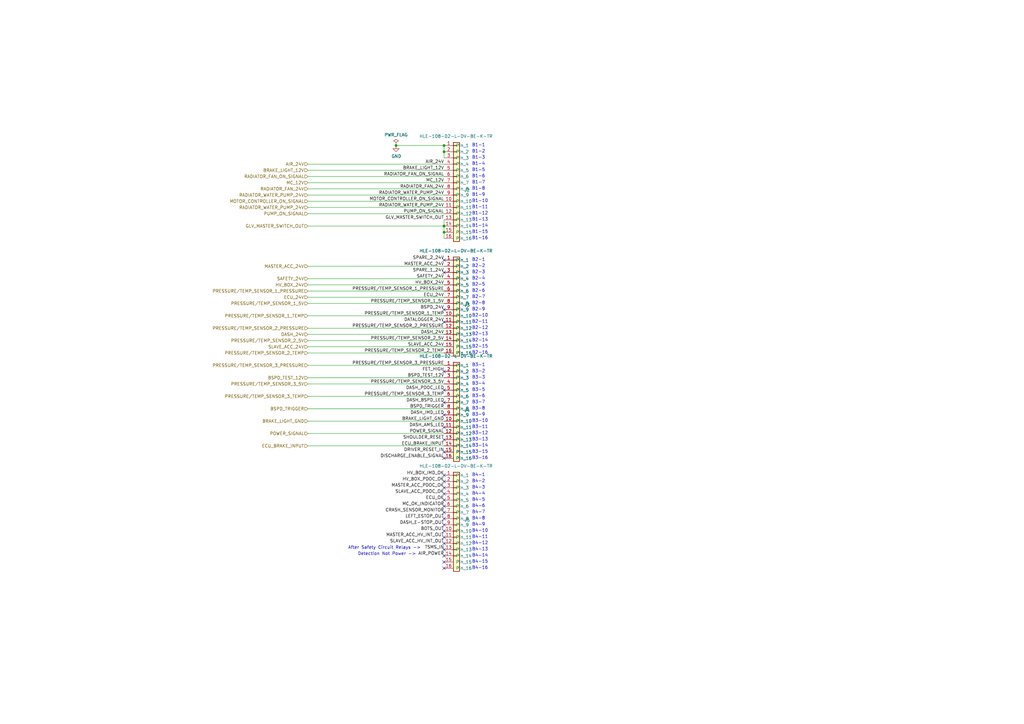
<source format=kicad_sch>
(kicad_sch (version 20231120) (generator "eeschema") (generator_version "8.0")
  (paper "A3")
  (lib_symbols
    (symbol "UniSA_Motorsport_Connector:HLE-108-02-L-DV-BE-K-TR" (pin_names (offset 1.016))
      (property "Reference" "J" (at -8.12 11.276 0))
      (property "Value" "HLE-108-02-L-DV-BE-K-TR" (at -11.43 -24.13 0))
      (symbol "HLE-108-02-L-DV-BE-K-TR_1_1"
        (rectangle (start 2.54 -13.843) (end 3.81 -14.097) (stroke (width 0.1524)))
        (rectangle (start 2.54 -11.303) (end 3.81 -11.557) (stroke (width 0.1524)))
        (rectangle (start 2.54 -8.763) (end 3.81 -9.017) (stroke (width 0.1524)))
        (rectangle (start 2.54 -6.223) (end 3.81 -6.477) (stroke (width 0.1524)))
        (rectangle (start 2.54 -3.683) (end 3.81 -3.937) (stroke (width 0.1524)))
        (rectangle (start 2.54 -1.143) (end 3.81 -1.397) (stroke (width 0.1524)))
        (rectangle (start 2.54 1.397) (end 3.81 1.143) (stroke (width 0.1524)))
        (rectangle (start 2.54 3.937) (end 3.81 3.683) (stroke (width 0.1524)))
        (rectangle (start 2.54 6.477) (end 3.81 6.223) (stroke (width 0.1524)))
        (rectangle (start 2.54 9.017) (end 3.81 8.763) (stroke (width 0.1524)))
        (rectangle (start 2.54 11.557) (end 3.81 11.303) (stroke (width 0.1524)))
        (rectangle (start 2.54 14.097) (end 3.81 13.843) (stroke (width 0.1524)))
        (rectangle (start 2.54 16.637) (end 3.81 16.383) (stroke (width 0.1524)))
        (rectangle (start 2.54 19.177) (end 3.81 18.923) (stroke (width 0.1524)))
        (rectangle (start 2.54 20.32) (end 5.08 -20.32) (stroke (width 0.254)) (fill (type background)))
        (pin passive line (at -1.27 19.05 0) (length 3.81) (name "Pin_1") (number "1"))
        (pin passive line (at -1.27 -3.81 0) (length 3.81) (name "Pin_10") (number "10"))
        (pin passive line (at -1.27 -6.35 0) (length 3.81) (name "Pin_11") (number "11"))
        (pin passive line (at -1.27 -8.89 0) (length 3.81) (name "Pin_12") (number "12"))
        (pin passive line (at -1.27 -11.43 0) (length 3.81) (name "Pin_13") (number "13"))
        (pin passive line (at -1.27 -13.97 0) (length 3.81) (name "Pin_14") (number "14"))
        (pin passive line (at -1.27 -16.51 0) (length 3.81) (name "Pin_15") (number "15"))
        (pin passive line (at -1.27 -19.05 0) (length 3.81) (name "Pin_16") (number "16"))
        (pin passive line (at -1.27 16.51 0) (length 3.81) (name "Pin_2") (number "2"))
        (pin passive line (at -1.27 13.97 0) (length 3.81) (name "Pin_3") (number "3"))
        (pin passive line (at -1.27 11.43 0) (length 3.81) (name "Pin_4") (number "4"))
        (pin passive line (at -1.27 8.89 0) (length 3.81) (name "Pin_5") (number "5"))
        (pin passive line (at -1.27 6.35 0) (length 3.81) (name "Pin_6") (number "6"))
        (pin passive line (at -1.27 3.81 0) (length 3.81) (name "Pin_7") (number "7"))
        (pin passive line (at -1.27 1.27 0) (length 3.81) (name "Pin_8") (number "8"))
        (pin passive line (at -1.27 -1.27 0) (length 3.81) (name "Pin_9") (number "9"))
      )
    )
    (symbol "power:GND" (power) (pin_names (offset 0))
      (property "Value" "GND" (at 0 -3.81 0))
      (symbol "GND_0_1"
        (polyline (pts (xy 0 0) (xy 0 -1.27) (xy 1.27 -1.27) (xy 0 -2.54) (xy -1.27 -1.27) (xy 0 -1.27)))
      )
      (symbol "GND_1_1"
        (pin power_in line (at 0 0 270) (length 0) hide (name "GND") (number "1"))
      )
    )
    (symbol "power:PWR_FLAG" (power) (pin_numbers hide) (pin_names (offset 0) hide)
      (property "Value" "PWR_FLAG" (at 0 3.81 0))
      (symbol "PWR_FLAG_0_0"
        (pin power_out line (at 0 0 90) (length 0) (name "pwr") (number "1"))
      )
      (symbol "PWR_FLAG_0_1"
        (polyline (pts (xy 0 0) (xy 0 1.27) (xy -1.016 1.905) (xy 0 2.54) (xy 1.016 1.905) (xy 0 1.27)))
      )
    )
  )
  (junction (at 162.433 59.69))
  (junction (at 182.118 62.23))
  (junction (at 182.118 95.25))
  (junction (at 182.118 92.71))
  (junction (at 182.118 59.69))
  (no_connect (at 182.118 217.805))
  (no_connect (at 182.118 197.485))
  (no_connect (at 182.118 230.505))
  (no_connect (at 182.118 180.34))
  (no_connect (at 182.118 200.025))
  (no_connect (at 182.118 220.345))
  (no_connect (at 182.118 175.26))
  (no_connect (at 182.118 106.68))
  (no_connect (at 182.118 215.265))
  (no_connect (at 182.118 127))
  (no_connect (at 182.118 205.105))
  (no_connect (at 182.118 233.045))
  (no_connect (at 182.118 202.565))
  (no_connect (at 182.118 212.725))
  (no_connect (at 182.118 152.4))
  (no_connect (at 182.118 222.885))
  (no_connect (at 182.118 160.02))
  (no_connect (at 182.118 210.185))
  (no_connect (at 182.118 194.945))
  (no_connect (at 182.118 165.1))
  (no_connect (at 182.118 170.18))
  (no_connect (at 182.118 185.42))
  (no_connect (at 182.118 187.96))
  (no_connect (at 182.118 227.965))
  (no_connect (at 182.118 111.76))
  (no_connect (at 182.118 225.425))
  (no_connect (at 182.118 132.08))
  (no_connect (at 182.118 207.645))
  (wire (pts (xy 126.238 149.86) (xy 182.118 149.86)))
  (wire (pts (xy 126.238 72.39) (xy 182.118 72.39)))
  (wire (pts (xy 182.118 59.69) (xy 182.118 62.23)))
  (wire (pts (xy 126.238 67.31) (xy 182.118 67.31)))
  (wire (pts (xy 126.238 167.64) (xy 182.118 167.64)))
  (wire (pts (xy 182.118 95.25) (xy 182.118 97.79)))
  (wire (pts (xy 126.238 139.7) (xy 182.118 139.7)))
  (wire (pts (xy 182.118 90.17) (xy 182.118 92.71)))
  (wire (pts (xy 182.118 62.23) (xy 182.118 64.77)))
  (wire (pts (xy 126.238 134.62) (xy 182.118 134.62)))
  (wire (pts (xy 126.238 142.24) (xy 182.118 142.24)))
  (wire (pts (xy 126.238 157.48) (xy 182.118 157.48)))
  (wire (pts (xy 126.238 121.92) (xy 182.118 121.92)))
  (wire (pts (xy 126.238 74.93) (xy 182.118 74.93)))
  (wire (pts (xy 126.238 172.72) (xy 182.118 172.72)))
  (wire (pts (xy 126.238 119.38) (xy 182.118 119.38)))
  (wire (pts (xy 126.238 154.94) (xy 182.118 154.94)))
  (wire (pts (xy 126.238 124.46) (xy 182.118 124.46)))
  (wire (pts (xy 126.238 80.01) (xy 182.118 80.01)))
  (wire (pts (xy 162.433 59.69) (xy 182.118 59.69)))
  (wire (pts (xy 126.238 177.8) (xy 182.118 177.8)))
  (wire (pts (xy 126.238 77.47) (xy 182.118 77.47)))
  (wire (pts (xy 126.238 69.85) (xy 182.118 69.85)))
  (wire (pts (xy 182.118 92.71) (xy 182.118 95.25)))
  (wire (pts (xy 126.238 144.78) (xy 182.118 144.78)))
  (wire (pts (xy 126.238 129.54) (xy 182.118 129.54)))
  (wire (pts (xy 126.238 109.22) (xy 182.118 109.22)))
  (wire (pts (xy 126.238 92.71) (xy 182.118 92.71)))
  (wire (pts (xy 126.238 137.16) (xy 182.118 137.16)))
  (wire (pts (xy 126.238 114.3) (xy 182.118 114.3)))
  (wire (pts (xy 126.238 85.09) (xy 182.118 85.09)))
  (wire (pts (xy 126.238 82.55) (xy 182.118 82.55)))
  (wire (pts (xy 126.238 116.84) (xy 182.118 116.84)))
  (wire (pts (xy 126.238 182.88) (xy 182.118 182.88)))
  (wire (pts (xy 126.238 87.63) (xy 182.118 87.63)))
  (wire (pts (xy 126.238 162.56) (xy 182.118 162.56)))
  (text "B4-14" (at 193.548 228.6 0) (effects (font (size 1.27 1.27)) (justify left bottom)))
  (text "B3-5" (at 193.548 160.655 0) (effects (font (size 1.27 1.27)) (justify left bottom)))
  (text "B2-14" (at 193.548 140.335 0) (effects (font (size 1.27 1.27)) (justify left bottom)))
  (text "B2-9" (at 193.548 127.635 0) (effects (font (size 1.27 1.27)) (justify left bottom)))
  (text "B2-2" (at 193.548 109.855 0) (effects (font (size 1.27 1.27)) (justify left bottom)))
  (text "B3-8" (at 193.548 168.275 0) (effects (font (size 1.27 1.27)) (justify left bottom)))
  (text "B3-9" (at 193.548 170.815 0) (effects (font (size 1.27 1.27)) (justify left bottom)))
  (text "B3-11" (at 193.548 175.895 0) (effects (font (size 1.27 1.27)) (justify left bottom)))
  (text "B3-15" (at 193.548 186.055 0) (effects (font (size 1.27 1.27)) (justify left bottom)))
  (text "B2-15" (at 193.548 142.875 0) (effects (font (size 1.27 1.27)) (justify left bottom)))
  (text "B2-4" (at 193.548 114.935 0) (effects (font (size 1.27 1.27)) (justify left bottom)))
  (text "B4-3" (at 193.548 200.66 0) (effects (font (size 1.27 1.27)) (justify left bottom)))
  (text "B3-4" (at 193.548 158.115 0) (effects (font (size 1.27 1.27)) (justify left bottom)))
  (text "B2-16" (at 193.548 145.415 0) (effects (font (size 1.27 1.27)) (justify left bottom)))
  (text "B4-7" (at 193.548 210.82 0) (effects (font (size 1.27 1.27)) (justify left bottom)))
  (text "After Safety Circuit Relays ->" (at 142.748 225.425 0) (effects (font (size 1.27 1.27)) (justify left bottom)))
  (text "B1-9" (at 193.548 80.645 0) (effects (font (size 1.27 1.27)) (justify left bottom)))
  (text "B2-8" (at 193.548 125.095 0) (effects (font (size 1.27 1.27)) (justify left bottom)))
  (text "B4-5" (at 193.548 205.74 0) (effects (font (size 1.27 1.27)) (justify left bottom)))
  (text "B1-4" (at 193.548 67.945 0) (effects (font (size 1.27 1.27)) (justify left bottom)))
  (text "B1-2" (at 193.548 62.865 0) (effects (font (size 1.27 1.27)) (justify left bottom)))
  (text "B4-9" (at 193.548 215.9 0) (effects (font (size 1.27 1.27)) (justify left bottom)))
  (text "Detection Not Power ->" (at 170.688 227.965 0) (effects (font (size 1.27 1.27)) (justify right bottom)))
  (text "B3-12" (at 193.548 178.435 0) (effects (font (size 1.27 1.27)) (justify left bottom)))
  (text "B1-12" (at 193.548 88.265 0) (effects (font (size 1.27 1.27)) (justify left bottom)))
  (text "B2-6" (at 193.548 120.015 0) (effects (font (size 1.27 1.27)) (justify left bottom)))
  (text "B1-6" (at 193.548 73.025 0) (effects (font (size 1.27 1.27)) (justify left bottom)))
  (text "B4-10" (at 193.548 218.44 0) (effects (font (size 1.27 1.27)) (justify left bottom)))
  (text "B1-14" (at 193.548 93.345 0) (effects (font (size 1.27 1.27)) (justify left bottom)))
  (text "B1-8" (at 193.548 78.105 0) (effects (font (size 1.27 1.27)) (justify left bottom)))
  (text "B3-2" (at 193.548 153.035 0) (effects (font (size 1.27 1.27)) (justify left bottom)))
  (text "B4-1" (at 193.548 195.58 0) (effects (font (size 1.27 1.27)) (justify left bottom)))
  (text "B3-10" (at 193.548 173.355 0) (effects (font (size 1.27 1.27)) (justify left bottom)))
  (text "B3-1" (at 193.548 150.495 0) (effects (font (size 1.27 1.27)) (justify left bottom)))
  (text "B2-13" (at 193.548 137.795 0) (effects (font (size 1.27 1.27)) (justify left bottom)))
  (text "B1-7" (at 193.548 75.565 0) (effects (font (size 1.27 1.27)) (justify left bottom)))
  (text "B4-2" (at 193.548 198.12 0) (effects (font (size 1.27 1.27)) (justify left bottom)))
  (text "B2-3" (at 193.548 112.395 0) (effects (font (size 1.27 1.27)) (justify left bottom)))
  (text "B4-12" (at 193.548 223.52 0) (effects (font (size 1.27 1.27)) (justify left bottom)))
  (text "B3-13" (at 193.548 180.975 0) (effects (font (size 1.27 1.27)) (justify left bottom)))
  (text "B1-10" (at 193.548 83.185 0) (effects (font (size 1.27 1.27)) (justify left bottom)))
  (text "B2-10" (at 193.548 130.175 0) (effects (font (size 1.27 1.27)) (justify left bottom)))
  (text "B2-11" (at 193.548 132.715 0) (effects (font (size 1.27 1.27)) (justify left bottom)))
  (text "B2-12" (at 193.548 135.255 0) (effects (font (size 1.27 1.27)) (justify left bottom)))
  (text "B1-16" (at 193.548 98.425 0) (effects (font (size 1.27 1.27)) (justify left bottom)))
  (text "B1-11" (at 193.548 85.725 0) (effects (font (size 1.27 1.27)) (justify left bottom)))
  (text "B3-7" (at 193.548 165.735 0) (effects (font (size 1.27 1.27)) (justify left bottom)))
  (text "B1-5" (at 193.548 70.485 0) (effects (font (size 1.27 1.27)) (justify left bottom)))
  (text "B3-16" (at 193.548 188.595 0) (effects (font (size 1.27 1.27)) (justify left bottom)))
  (text "B4-4" (at 193.548 203.2 0) (effects (font (size 1.27 1.27)) (justify left bottom)))
  (text "B3-14" (at 193.548 183.515 0) (effects (font (size 1.27 1.27)) (justify left bottom)))
  (text "B2-1" (at 193.548 107.315 0) (effects (font (size 1.27 1.27)) (justify left bottom)))
  (text "B4-16" (at 193.548 233.68 0) (effects (font (size 1.27 1.27)) (justify left bottom)))
  (text "B1-3" (at 193.548 65.405 0) (effects (font (size 1.27 1.27)) (justify left bottom)))
  (text "B3-3" (at 193.548 155.575 0) (effects (font (size 1.27 1.27)) (justify left bottom)))
  (text "B2-5" (at 193.548 117.475 0) (effects (font (size 1.27 1.27)) (justify left bottom)))
  (text "B4-11" (at 193.548 220.98 0) (effects (font (size 1.27 1.27)) (justify left bottom)))
  (text "B3-6" (at 193.548 163.195 0) (effects (font (size 1.27 1.27)) (justify left bottom)))
  (text "B4-13" (at 193.548 226.06 0) (effects (font (size 1.27 1.27)) (justify left bottom)))
  (text "B1-15" (at 193.548 95.885 0) (effects (font (size 1.27 1.27)) (justify left bottom)))
  (text "B1-13" (at 193.548 90.805 0) (effects (font (size 1.27 1.27)) (justify left bottom)))
  (text "B1-1" (at 193.548 60.325 0) (effects (font (size 1.27 1.27)) (justify left bottom)))
  (text "B4-15" (at 193.548 231.14 0) (effects (font (size 1.27 1.27)) (justify left bottom)))
  (text "B4-8" (at 193.548 213.36 0) (effects (font (size 1.27 1.27)) (justify left bottom)))
  (text "B4-6" (at 193.548 208.28 0) (effects (font (size 1.27 1.27)) (justify left bottom)))
  (text "B2-7" (at 193.548 122.555 0) (effects (font (size 1.27 1.27)) (justify left bottom)))
  (label "ECU_24V" (at 182.118 121.92 180))
  (label "DRIVER_RESET_IN" (at 182.118 185.42 180))
  (label "RADIATOR_WATER_PUMP_24V" (at 182.118 85.09 180))
  (label "MC_OK_INDICATOR" (at 182.118 207.645 180))
  (label "BOTS_OUT" (at 182.118 217.805 180))
  (label "GLV_MASTER_SWITCH_OUT" (at 182.118 90.17 180))
  (label "TSMS_IN" (at 182.118 225.425 180))
  (label "RADIATOR_WATER_PUMP_24V" (at 182.118 80.01 180))
  (label "MC_12V" (at 182.118 74.93 180))
  (label "PRESSURE{slash}TEMP_SENSOR_3_5V" (at 182.118 157.48 180))
  (label "PRESSURE{slash}TEMP_SENSOR_2_PRESSURE" (at 182.118 134.62 180))
  (label "MASTER_ACC_HV_INT_OUT" (at 182.118 220.345 180))
  (label "AIR_POWER" (at 182.118 227.965 180))
  (label "HV_BOX_PDOC_OK" (at 182.118 197.485 180))
  (label "PRESSURE{slash}TEMP_SENSOR_1_TEMP" (at 182.118 129.54 180))
  (label "SAFETY_24V" (at 182.118 114.3 180))
  (label "AIR_24V" (at 182.118 67.31 180))
  (label "PRESSURE{slash}TEMP_SENSOR_2_TEMP" (at 182.118 144.78 180))
  (label "HV_BOX_24V" (at 182.118 116.84 180))
  (label "MASTER_ACC_24V" (at 182.118 109.22 180))
  (label "PRESSURE{slash}TEMP_SENSOR_2_5V" (at 182.118 139.7 180))
  (label "DASH_E-STOP_OUT" (at 182.118 215.265 180))
  (label "SHOULDER_RESET" (at 182.118 180.34 180))
  (label "PRESSURE{slash}TEMP_SENSOR_3_PRESSURE" (at 182.118 149.86 180))
  (label "LEFT_ESTOP_OUT" (at 182.118 212.725 180))
  (label "SLAVE_ACC_HV_INT_OUT" (at 182.118 222.885 180))
  (label "MOTOR_CONTROLLER_ON_SIGNAL" (at 182.118 82.55 180))
  (label "SPARE_2_24V" (at 182.118 106.68 180))
  (label "PRESSURE{slash}TEMP_SENSOR_1_PRESSURE" (at 182.118 119.38 180))
  (label "BRAKE_LIGHT_12V" (at 182.118 69.85 180))
  (label "ECU_OK" (at 182.118 205.105 180))
  (label "DASH_IMD_LED" (at 182.118 170.18 180))
  (label "RADIATOR_FAN_ON_SIGNAL" (at 182.118 72.39 180))
  (label "HV_BOX_IMD_OK" (at 182.118 194.945 180))
  (label "PRESSURE{slash}TEMP_SENSOR_3_TEMP" (at 182.118 162.56 180))
  (label "ECU_BRAKE_INPUT" (at 182.118 182.88 180))
  (label "FET_HIGH" (at 182.118 152.4 180))
  (label "POWER_SIGNAL" (at 182.118 177.8 180))
  (label "BSPD_TEST_12V" (at 182.118 154.94 180))
  (label "RADIATOR_FAN_24V" (at 182.118 77.47 180))
  (label "DASH_BSPD_LED" (at 182.118 165.1 180))
  (label "DISCHARGE_ENABLE_SIGNAL" (at 182.118 187.96 180))
  (label "BSPD_24V" (at 182.118 127 180))
  (label "BRAKE_LIGHT_GND" (at 182.118 172.72 180))
  (label "BSPD_TRIGGER" (at 182.118 167.64 180))
  (label "DASH_24V" (at 182.118 137.16 180))
  (label "SPARE_1_24V" (at 182.118 111.76 180))
  (label "DATALOGGER_24V" (at 182.118 132.08 180))
  (label "PRESSURE{slash}TEMP_SENSOR_1_5V" (at 182.118 124.46 180))
  (label "PUMP_ON_SIGNAL" (at 182.118 87.63 180))
  (label "DASH_AMS_LED" (at 182.118 175.26 180))
  (label "DASH_PDOC_LED" (at 182.118 160.02 180))
  (label "MASTER_ACC_PDOC_OK" (at 182.118 200.025 180))
  (label "CRASH_SENSOR_MONITOR" (at 182.118 210.185 180))
  (label "SLAVE_ACC_PDOC_OK" (at 182.118 202.565 180))
  (label "SLAVE_ACC_24V" (at 182.118 142.24 180))
  (hierarchical_label "RADIATOR_WATER_PUMP_24V" (shape input) (at 126.238 80.01 180))
  (hierarchical_label "PRESSURE{slash}TEMP_SENSOR_3_5V" (shape input) (at 126.238 157.48 180))
  (hierarchical_label "ECU_BRAKE_INPUT" (shape input) (at 126.238 182.88 180))
  (hierarchical_label "PRESSURE{slash}TEMP_SENSOR_2_PRESSURE" (shape input) (at 126.238 134.62 180))
  (hierarchical_label "SLAVE_ACC_24V" (shape input) (at 126.238 142.24 180))
  (hierarchical_label "MOTOR_CONTROLLER_ON_SIGNAL" (shape input) (at 126.238 82.55 180))
  (hierarchical_label "DASH_24V" (shape input) (at 126.238 137.16 180))
  (hierarchical_label "BRAKE_LIGHT_GND" (shape input) (at 126.238 172.72 180))
  (hierarchical_label "RADIATOR_FAN_24V" (shape input) (at 126.238 77.47 180))
  (hierarchical_label "RADIATOR_WATER_PUMP_24V" (shape input) (at 126.238 85.09 180))
  (hierarchical_label "BSPD_TEST_12V" (shape input) (at 126.238 154.94 180))
  (hierarchical_label "ECU_24V" (shape input) (at 126.238 121.92 180))
  (hierarchical_label "PRESSURE{slash}TEMP_SENSOR_2_5V" (shape input) (at 126.238 139.7 180))
  (hierarchical_label "PRESSURE{slash}TEMP_SENSOR_3_TEMP" (shape input) (at 126.238 162.56 180))
  (hierarchical_label "SAFETY_24V" (shape input) (at 126.238 114.3 180))
  (hierarchical_label "AIR_24V" (shape input) (at 126.238 67.31 180))
  (hierarchical_label "GLV_MASTER_SWITCH_OUT" (shape input) (at 126.238 92.71 180))
  (hierarchical_label "BSPD_TRIGGER" (shape input) (at 126.238 167.64 180))
  (hierarchical_label "PRESSURE{slash}TEMP_SENSOR_3_PRESSURE" (shape input) (at 126.238 149.86 180))
  (hierarchical_label "BRAKE_LIGHT_12V" (shape input) (at 126.238 69.85 180))
  (hierarchical_label "MASTER_ACC_24V" (shape input) (at 126.238 109.22 180))
  (hierarchical_label "MC_12V" (shape input) (at 126.238 74.93 180))
  (hierarchical_label "PRESSURE{slash}TEMP_SENSOR_2_TEMP" (shape input) (at 126.238 144.78 180))
  (hierarchical_label "PUMP_ON_SIGNAL" (shape input) (at 126.238 87.63 180))
  (hierarchical_label "PRESSURE{slash}TEMP_SENSOR_1_PRESSURE" (shape input) (at 126.238 119.38 180))
  (hierarchical_label "HV_BOX_24V" (shape input) (at 126.238 116.84 180))
  (hierarchical_label "PRESSURE{slash}TEMP_SENSOR_1_TEMP" (shape input) (at 126.238 129.54 180))
  (hierarchical_label "POWER_SIGNAL" (shape input) (at 126.238 177.8 180))
  (hierarchical_label "PRESSURE{slash}TEMP_SENSOR_1_5V" (shape input) (at 126.238 124.46 180))
  (hierarchical_label "RADIATOR_FAN_ON_SIGNAL" (shape input) (at 126.238 72.39 180))
  (symbol (lib_id "power:GND") (at 162.433 59.69 0) (unit 1)
    (property "Reference" "#PWR01" (effects (hide yes)))
    (property "Value" "GND" (at 162.56 64.0842 0))
    (instances (project "power_and_monotoring" (path "" (reference "#PWR01") (unit 1))) (project "BSPD" (path "" (reference "#PWR040") (unit 1))))
  )
  (symbol (lib_id "UniSA_Motorsport_Connector:HLE-108-02-L-DV-BE-K-TR") (at 183.388 78.74 0) (unit 1)
    (property "Reference" "J2" (at 190.373 78.105 0) (effects (justify left)))
    (property "Value" "HLE-108-02-L-DV-BE-K-TR" (at 171.958 55.88 0) (effects (justify left)))
    (property "Footprint" "UniSA_Motorsport_Connector:SAMTEC_HLE-108-02-L-DV-BE-K-TR" (effects (hide yes)))
    (property "Datasheet" "https://au.mouser.com/ProductDetail/Samtec/HLE-108-02-L-DV-BE-K-TR?qs=Cqqh%252BS766wkQFC6EggVS%252Bg%3D%3D" (effects (hide yes)))
    (property "MANUFACTURER" "SAMTEC" (effects (hide yes)))
  )
  (symbol (lib_id "UniSA_Motorsport_Connector:HLE-108-02-L-DV-BE-K-TR") (at 183.388 125.73 0) (unit 1)
    (property "Reference" "J3" (at 190.373 125.095 0) (effects (justify left)))
    (property "Value" "HLE-108-02-L-DV-BE-K-TR" (at 171.958 102.87 0) (effects (justify left)))
    (property "Footprint" "UniSA_Motorsport_Connector:SAMTEC_HLE-108-02-L-DV-BE-K-TR" (effects (hide yes)))
    (property "Datasheet" "https://au.mouser.com/ProductDetail/Samtec/HLE-108-02-L-DV-BE-K-TR?qs=Cqqh%252BS766wkQFC6EggVS%252Bg%3D%3D" (effects (hide yes)))
    (property "MANUFACTURER" "SAMTEC" (effects (hide yes)))
  )
  (symbol (lib_id "power:PWR_FLAG") (at 162.433 59.69 0) (unit 1)
    (property "Reference" "#FLG05" (effects (hide yes)))
    (property "Value" "PWR_FLAG" (at 162.433 55.2958 0))
    (instances (project "power_and_monotoring" (path "" (reference "#FLG05") (unit 1))) (project "BSPD" (path "" (reference "#FLG0101") (unit 1))))
  )
  (symbol (lib_id "UniSA_Motorsport_Connector:HLE-108-02-L-DV-BE-K-TR") (at 183.388 168.91 0) (unit 1)
    (property "Reference" "J4" (at 190.373 168.275 0) (effects (justify left)))
    (property "Value" "HLE-108-02-L-DV-BE-K-TR" (at 171.958 146.05 0) (effects (justify left)))
    (property "Footprint" "UniSA_Motorsport_Connector:SAMTEC_HLE-108-02-L-DV-BE-K-TR" (effects (hide yes)))
    (property "Datasheet" "https://au.mouser.com/ProductDetail/Samtec/HLE-108-02-L-DV-BE-K-TR?qs=Cqqh%252BS766wkQFC6EggVS%252Bg%3D%3D" (effects (hide yes)))
    (property "MANUFACTURER" "SAMTEC" (effects (hide yes)))
  )
  (symbol (lib_id "UniSA_Motorsport_Connector:HLE-108-02-L-DV-BE-K-TR") (at 183.388 213.995 0) (unit 1)
    (property "Reference" "J5" (at 190.373 213.36 0) (effects (justify left)))
    (property "Value" "HLE-108-02-L-DV-BE-K-TR" (at 171.958 191.135 0) (effects (justify left)))
    (property "Footprint" "UniSA_Motorsport_Connector:SAMTEC_HLE-108-02-L-DV-BE-K-TR" (effects (hide yes)))
    (property "Datasheet" "https://au.mouser.com/ProductDetail/Samtec/HLE-108-02-L-DV-BE-K-TR?qs=Cqqh%252BS766wkQFC6EggVS%252Bg%3D%3D" (effects (hide yes)))
    (property "MANUFACTURER" "SAMTEC" (effects (hide yes)))
  )
)
</source>
